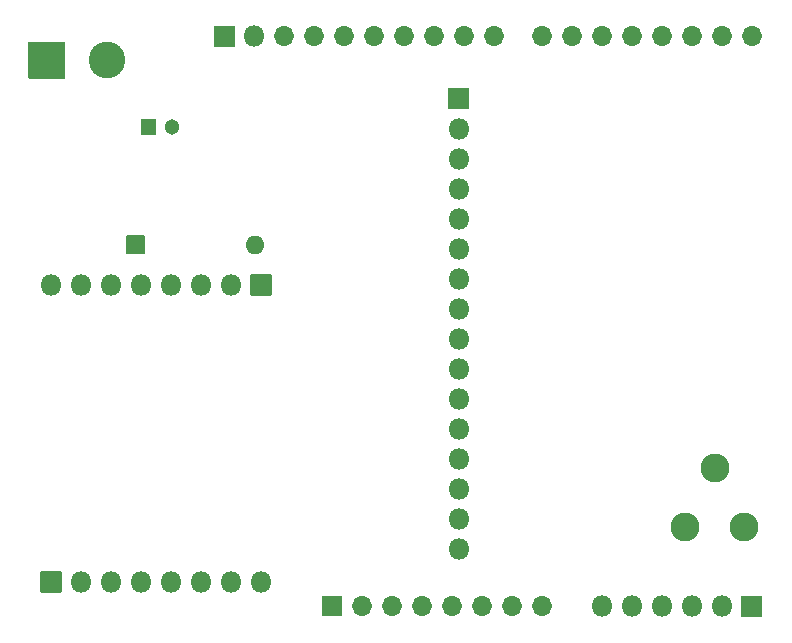
<source format=gbr>
G04 #@! TF.GenerationSoftware,KiCad,Pcbnew,(5.1.7)-1*
G04 #@! TF.CreationDate,2021-01-26T00:26:04+02:00*
G04 #@! TF.ProjectId,LORA,4c4f5241-2e6b-4696-9361-645f70636258,V 2.0*
G04 #@! TF.SameCoordinates,Original*
G04 #@! TF.FileFunction,Soldermask,Bot*
G04 #@! TF.FilePolarity,Negative*
%FSLAX46Y46*%
G04 Gerber Fmt 4.6, Leading zero omitted, Abs format (unit mm)*
G04 Created by KiCad (PCBNEW (5.1.7)-1) date 2021-01-26 00:26:04*
%MOMM*%
%LPD*%
G01*
G04 APERTURE LIST*
%ADD10O,1.702000X1.702000*%
%ADD11O,1.802000X1.802000*%
%ADD12C,2.442000*%
%ADD13C,1.302000*%
%ADD14O,1.602000X1.602000*%
%ADD15C,3.102000*%
G04 APERTURE END LIST*
D10*
X173863000Y-66167000D03*
X176403000Y-66167000D03*
X136783000Y-66167000D03*
X176403000Y-114427000D03*
X139323000Y-66167000D03*
X173863000Y-114427000D03*
X141863000Y-66167000D03*
X171323000Y-114427000D03*
X144403000Y-66167000D03*
X168783000Y-114427000D03*
X146943000Y-66167000D03*
X166243000Y-114427000D03*
X149483000Y-66167000D03*
X163703000Y-114427000D03*
X152023000Y-66167000D03*
X158623000Y-114427000D03*
X154563000Y-66167000D03*
X156083000Y-114427000D03*
X158623000Y-66167000D03*
X153543000Y-114427000D03*
X161163000Y-66167000D03*
X151003000Y-114427000D03*
X163703000Y-66167000D03*
X148463000Y-114427000D03*
X166243000Y-66167000D03*
X145923000Y-114427000D03*
X168783000Y-66167000D03*
X143383000Y-114427000D03*
X171323000Y-66167000D03*
G36*
G01*
X140043000Y-113576000D02*
X141643000Y-113576000D01*
G75*
G02*
X141694000Y-113627000I0J-51000D01*
G01*
X141694000Y-115227000D01*
G75*
G02*
X141643000Y-115278000I-51000J0D01*
G01*
X140043000Y-115278000D01*
G75*
G02*
X139992000Y-115227000I0J51000D01*
G01*
X139992000Y-113627000D01*
G75*
G02*
X140043000Y-113576000I51000J0D01*
G01*
G37*
X134243000Y-66167000D03*
X131703000Y-66167000D03*
D11*
X134289800Y-66192400D03*
G36*
G01*
X132599800Y-67093400D02*
X130899800Y-67093400D01*
G75*
G02*
X130848800Y-67042400I0J51000D01*
G01*
X130848800Y-65342400D01*
G75*
G02*
X130899800Y-65291400I51000J0D01*
G01*
X132599800Y-65291400D01*
G75*
G02*
X132650800Y-65342400I0J-51000D01*
G01*
X132650800Y-67042400D01*
G75*
G02*
X132599800Y-67093400I-51000J0D01*
G01*
G37*
X163703000Y-114452400D03*
X166243000Y-114452400D03*
X168783000Y-114452400D03*
X171323000Y-114452400D03*
X173863000Y-114452400D03*
G36*
G01*
X175553000Y-113551400D02*
X177253000Y-113551400D01*
G75*
G02*
X177304000Y-113602400I0J-51000D01*
G01*
X177304000Y-115302400D01*
G75*
G02*
X177253000Y-115353400I-51000J0D01*
G01*
X175553000Y-115353400D01*
G75*
G02*
X175502000Y-115302400I0J51000D01*
G01*
X175502000Y-113602400D01*
G75*
G02*
X175553000Y-113551400I51000J0D01*
G01*
G37*
X151587200Y-109575600D03*
X151587200Y-107035600D03*
X151587200Y-104495600D03*
X151587200Y-101955600D03*
X151587200Y-99415600D03*
X151587200Y-96875600D03*
X151587200Y-94335600D03*
X151587200Y-91795600D03*
X151587200Y-89255600D03*
X151587200Y-86715600D03*
X151587200Y-84175600D03*
X151587200Y-81635600D03*
X151587200Y-79095600D03*
X151587200Y-76555600D03*
X151587200Y-74015600D03*
G36*
G01*
X150686200Y-72325600D02*
X150686200Y-70625600D01*
G75*
G02*
X150737200Y-70574600I51000J0D01*
G01*
X152437200Y-70574600D01*
G75*
G02*
X152488200Y-70625600I0J-51000D01*
G01*
X152488200Y-72325600D01*
G75*
G02*
X152437200Y-72376600I-51000J0D01*
G01*
X150737200Y-72376600D01*
G75*
G02*
X150686200Y-72325600I0J51000D01*
G01*
G37*
D12*
X170764200Y-107772200D03*
X173264200Y-102772200D03*
X175764200Y-107772200D03*
D11*
X134874000Y-112395000D03*
X132334000Y-112395000D03*
X129794000Y-112395000D03*
X127254000Y-112395000D03*
X124714000Y-112395000D03*
X122174000Y-112395000D03*
X119634000Y-112395000D03*
G36*
G01*
X117944000Y-113296000D02*
X116244000Y-113296000D01*
G75*
G02*
X116193000Y-113245000I0J51000D01*
G01*
X116193000Y-111545000D01*
G75*
G02*
X116244000Y-111494000I51000J0D01*
G01*
X117944000Y-111494000D01*
G75*
G02*
X117995000Y-111545000I0J-51000D01*
G01*
X117995000Y-113245000D01*
G75*
G02*
X117944000Y-113296000I-51000J0D01*
G01*
G37*
X117094000Y-87249000D03*
X119634000Y-87249000D03*
X122174000Y-87249000D03*
X124714000Y-87249000D03*
X127254000Y-87249000D03*
X129794000Y-87249000D03*
X132334000Y-87249000D03*
G36*
G01*
X134024000Y-86348000D02*
X135724000Y-86348000D01*
G75*
G02*
X135775000Y-86399000I0J-51000D01*
G01*
X135775000Y-88099000D01*
G75*
G02*
X135724000Y-88150000I-51000J0D01*
G01*
X134024000Y-88150000D01*
G75*
G02*
X133973000Y-88099000I0J51000D01*
G01*
X133973000Y-86399000D01*
G75*
G02*
X134024000Y-86348000I51000J0D01*
G01*
G37*
G36*
G01*
X124679200Y-74463201D02*
X124679200Y-73263199D01*
G75*
G02*
X124730199Y-73212200I50999J0D01*
G01*
X125930201Y-73212200D01*
G75*
G02*
X125981200Y-73263199I0J-50999D01*
G01*
X125981200Y-74463201D01*
G75*
G02*
X125930201Y-74514200I-50999J0D01*
G01*
X124730199Y-74514200D01*
G75*
G02*
X124679200Y-74463201I0J50999D01*
G01*
G37*
D13*
X127330200Y-73863200D03*
G36*
G01*
X123430400Y-84595400D02*
X123430400Y-83095400D01*
G75*
G02*
X123481400Y-83044400I51000J0D01*
G01*
X124981400Y-83044400D01*
G75*
G02*
X125032400Y-83095400I0J-51000D01*
G01*
X125032400Y-84595400D01*
G75*
G02*
X124981400Y-84646400I-51000J0D01*
G01*
X123481400Y-84646400D01*
G75*
G02*
X123430400Y-84595400I0J51000D01*
G01*
G37*
D14*
X134391400Y-83845400D03*
G36*
G01*
X115162000Y-69724400D02*
X115162000Y-66724400D01*
G75*
G02*
X115213000Y-66673400I51000J0D01*
G01*
X118213000Y-66673400D01*
G75*
G02*
X118264000Y-66724400I0J-51000D01*
G01*
X118264000Y-69724400D01*
G75*
G02*
X118213000Y-69775400I-51000J0D01*
G01*
X115213000Y-69775400D01*
G75*
G02*
X115162000Y-69724400I0J51000D01*
G01*
G37*
D15*
X121793000Y-68224400D03*
M02*

</source>
